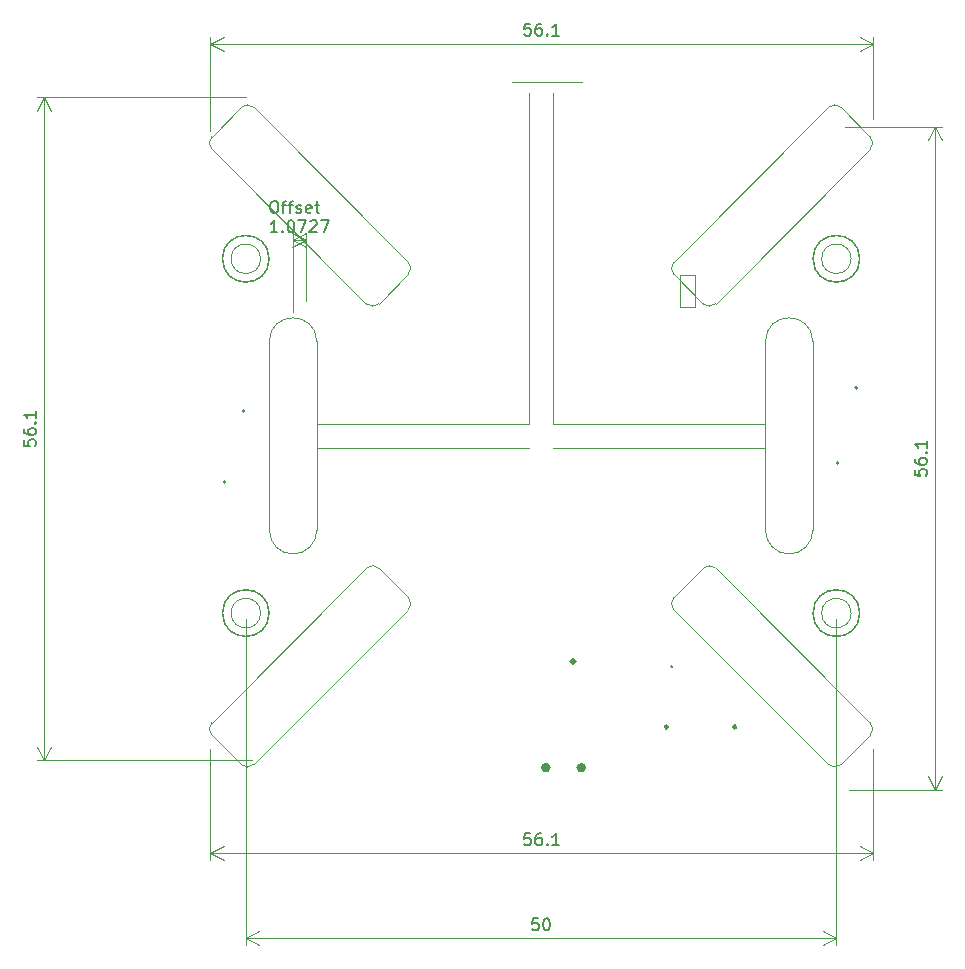
<source format=gbr>
G04 #@! TF.GenerationSoftware,KiCad,Pcbnew,9.0.3*
G04 #@! TF.CreationDate,2026-01-20T11:30:40+07:00*
G04 #@! TF.ProjectId,Mini_drone_PCB,4d696e69-5f64-4726-9f6e-655f5043422e,rev?*
G04 #@! TF.SameCoordinates,Original*
G04 #@! TF.FileFunction,OtherDrawing,Comment*
%FSLAX46Y46*%
G04 Gerber Fmt 4.6, Leading zero omitted, Abs format (unit mm)*
G04 Created by KiCad (PCBNEW 9.0.3) date 2026-01-20 11:30:40*
%MOMM*%
%LPD*%
G01*
G04 APERTURE LIST*
%ADD10C,0.150000*%
%ADD11C,0.100000*%
%ADD12C,0.010000*%
%ADD13C,0.120000*%
%ADD14C,0.200000*%
%ADD15C,0.250000*%
%ADD16C,0.300000*%
%ADD17C,0.400000*%
G04 APERTURE END LIST*
D10*
X96211926Y-100195273D02*
X96211926Y-100671463D01*
X96211926Y-100671463D02*
X96688116Y-100719082D01*
X96688116Y-100719082D02*
X96640497Y-100671463D01*
X96640497Y-100671463D02*
X96592878Y-100576225D01*
X96592878Y-100576225D02*
X96592878Y-100338130D01*
X96592878Y-100338130D02*
X96640497Y-100242892D01*
X96640497Y-100242892D02*
X96688116Y-100195273D01*
X96688116Y-100195273D02*
X96783354Y-100147654D01*
X96783354Y-100147654D02*
X97021449Y-100147654D01*
X97021449Y-100147654D02*
X97116687Y-100195273D01*
X97116687Y-100195273D02*
X97164307Y-100242892D01*
X97164307Y-100242892D02*
X97211926Y-100338130D01*
X97211926Y-100338130D02*
X97211926Y-100576225D01*
X97211926Y-100576225D02*
X97164307Y-100671463D01*
X97164307Y-100671463D02*
X97116687Y-100719082D01*
X96211926Y-99290511D02*
X96211926Y-99480987D01*
X96211926Y-99480987D02*
X96259545Y-99576225D01*
X96259545Y-99576225D02*
X96307164Y-99623844D01*
X96307164Y-99623844D02*
X96450021Y-99719082D01*
X96450021Y-99719082D02*
X96640497Y-99766701D01*
X96640497Y-99766701D02*
X97021449Y-99766701D01*
X97021449Y-99766701D02*
X97116687Y-99719082D01*
X97116687Y-99719082D02*
X97164307Y-99671463D01*
X97164307Y-99671463D02*
X97211926Y-99576225D01*
X97211926Y-99576225D02*
X97211926Y-99385749D01*
X97211926Y-99385749D02*
X97164307Y-99290511D01*
X97164307Y-99290511D02*
X97116687Y-99242892D01*
X97116687Y-99242892D02*
X97021449Y-99195273D01*
X97021449Y-99195273D02*
X96783354Y-99195273D01*
X96783354Y-99195273D02*
X96688116Y-99242892D01*
X96688116Y-99242892D02*
X96640497Y-99290511D01*
X96640497Y-99290511D02*
X96592878Y-99385749D01*
X96592878Y-99385749D02*
X96592878Y-99576225D01*
X96592878Y-99576225D02*
X96640497Y-99671463D01*
X96640497Y-99671463D02*
X96688116Y-99719082D01*
X96688116Y-99719082D02*
X96783354Y-99766701D01*
X97116687Y-98766701D02*
X97164307Y-98719082D01*
X97164307Y-98719082D02*
X97211926Y-98766701D01*
X97211926Y-98766701D02*
X97164307Y-98814320D01*
X97164307Y-98814320D02*
X97116687Y-98766701D01*
X97116687Y-98766701D02*
X97211926Y-98766701D01*
X97211926Y-97766702D02*
X97211926Y-98338130D01*
X97211926Y-98052416D02*
X96211926Y-98052416D01*
X96211926Y-98052416D02*
X96354783Y-98147654D01*
X96354783Y-98147654D02*
X96450021Y-98242892D01*
X96450021Y-98242892D02*
X96497640Y-98338130D01*
D11*
X115007107Y-71192893D02*
X97320687Y-71192893D01*
X97320687Y-127292893D02*
X115507107Y-127292893D01*
X97907107Y-71192893D02*
X97907107Y-127292893D01*
X97907107Y-71192893D02*
X98493528Y-72319397D01*
X97907107Y-71192893D02*
X97320686Y-72319397D01*
X97907107Y-127292893D02*
X97320686Y-126166389D01*
X97907107Y-127292893D02*
X98493528Y-126166389D01*
D10*
X139097619Y-64954819D02*
X138621429Y-64954819D01*
X138621429Y-64954819D02*
X138573810Y-65431009D01*
X138573810Y-65431009D02*
X138621429Y-65383390D01*
X138621429Y-65383390D02*
X138716667Y-65335771D01*
X138716667Y-65335771D02*
X138954762Y-65335771D01*
X138954762Y-65335771D02*
X139050000Y-65383390D01*
X139050000Y-65383390D02*
X139097619Y-65431009D01*
X139097619Y-65431009D02*
X139145238Y-65526247D01*
X139145238Y-65526247D02*
X139145238Y-65764342D01*
X139145238Y-65764342D02*
X139097619Y-65859580D01*
X139097619Y-65859580D02*
X139050000Y-65907200D01*
X139050000Y-65907200D02*
X138954762Y-65954819D01*
X138954762Y-65954819D02*
X138716667Y-65954819D01*
X138716667Y-65954819D02*
X138621429Y-65907200D01*
X138621429Y-65907200D02*
X138573810Y-65859580D01*
X140002381Y-64954819D02*
X139811905Y-64954819D01*
X139811905Y-64954819D02*
X139716667Y-65002438D01*
X139716667Y-65002438D02*
X139669048Y-65050057D01*
X139669048Y-65050057D02*
X139573810Y-65192914D01*
X139573810Y-65192914D02*
X139526191Y-65383390D01*
X139526191Y-65383390D02*
X139526191Y-65764342D01*
X139526191Y-65764342D02*
X139573810Y-65859580D01*
X139573810Y-65859580D02*
X139621429Y-65907200D01*
X139621429Y-65907200D02*
X139716667Y-65954819D01*
X139716667Y-65954819D02*
X139907143Y-65954819D01*
X139907143Y-65954819D02*
X140002381Y-65907200D01*
X140002381Y-65907200D02*
X140050000Y-65859580D01*
X140050000Y-65859580D02*
X140097619Y-65764342D01*
X140097619Y-65764342D02*
X140097619Y-65526247D01*
X140097619Y-65526247D02*
X140050000Y-65431009D01*
X140050000Y-65431009D02*
X140002381Y-65383390D01*
X140002381Y-65383390D02*
X139907143Y-65335771D01*
X139907143Y-65335771D02*
X139716667Y-65335771D01*
X139716667Y-65335771D02*
X139621429Y-65383390D01*
X139621429Y-65383390D02*
X139573810Y-65431009D01*
X139573810Y-65431009D02*
X139526191Y-65526247D01*
X140526191Y-65859580D02*
X140573810Y-65907200D01*
X140573810Y-65907200D02*
X140526191Y-65954819D01*
X140526191Y-65954819D02*
X140478572Y-65907200D01*
X140478572Y-65907200D02*
X140526191Y-65859580D01*
X140526191Y-65859580D02*
X140526191Y-65954819D01*
X141526190Y-65954819D02*
X140954762Y-65954819D01*
X141240476Y-65954819D02*
X141240476Y-64954819D01*
X141240476Y-64954819D02*
X141145238Y-65097676D01*
X141145238Y-65097676D02*
X141050000Y-65192914D01*
X141050000Y-65192914D02*
X140954762Y-65240533D01*
D11*
X168100000Y-73050000D02*
X168100000Y-66063580D01*
X112000000Y-66063580D02*
X112000000Y-74000000D01*
X168100000Y-66650000D02*
X112000000Y-66650000D01*
X168100000Y-66650000D02*
X166973496Y-67236421D01*
X168100000Y-66650000D02*
X166973496Y-66063579D01*
X112000000Y-66650000D02*
X113126504Y-66063579D01*
X112000000Y-66650000D02*
X113126504Y-67236421D01*
D10*
X171647281Y-102716415D02*
X171647281Y-103192605D01*
X171647281Y-103192605D02*
X172123471Y-103240224D01*
X172123471Y-103240224D02*
X172075852Y-103192605D01*
X172075852Y-103192605D02*
X172028233Y-103097367D01*
X172028233Y-103097367D02*
X172028233Y-102859272D01*
X172028233Y-102859272D02*
X172075852Y-102764034D01*
X172075852Y-102764034D02*
X172123471Y-102716415D01*
X172123471Y-102716415D02*
X172218709Y-102668796D01*
X172218709Y-102668796D02*
X172456804Y-102668796D01*
X172456804Y-102668796D02*
X172552042Y-102716415D01*
X172552042Y-102716415D02*
X172599662Y-102764034D01*
X172599662Y-102764034D02*
X172647281Y-102859272D01*
X172647281Y-102859272D02*
X172647281Y-103097367D01*
X172647281Y-103097367D02*
X172599662Y-103192605D01*
X172599662Y-103192605D02*
X172552042Y-103240224D01*
X171647281Y-101811653D02*
X171647281Y-102002129D01*
X171647281Y-102002129D02*
X171694900Y-102097367D01*
X171694900Y-102097367D02*
X171742519Y-102144986D01*
X171742519Y-102144986D02*
X171885376Y-102240224D01*
X171885376Y-102240224D02*
X172075852Y-102287843D01*
X172075852Y-102287843D02*
X172456804Y-102287843D01*
X172456804Y-102287843D02*
X172552042Y-102240224D01*
X172552042Y-102240224D02*
X172599662Y-102192605D01*
X172599662Y-102192605D02*
X172647281Y-102097367D01*
X172647281Y-102097367D02*
X172647281Y-101906891D01*
X172647281Y-101906891D02*
X172599662Y-101811653D01*
X172599662Y-101811653D02*
X172552042Y-101764034D01*
X172552042Y-101764034D02*
X172456804Y-101716415D01*
X172456804Y-101716415D02*
X172218709Y-101716415D01*
X172218709Y-101716415D02*
X172123471Y-101764034D01*
X172123471Y-101764034D02*
X172075852Y-101811653D01*
X172075852Y-101811653D02*
X172028233Y-101906891D01*
X172028233Y-101906891D02*
X172028233Y-102097367D01*
X172028233Y-102097367D02*
X172075852Y-102192605D01*
X172075852Y-102192605D02*
X172123471Y-102240224D01*
X172123471Y-102240224D02*
X172218709Y-102287843D01*
X172552042Y-101287843D02*
X172599662Y-101240224D01*
X172599662Y-101240224D02*
X172647281Y-101287843D01*
X172647281Y-101287843D02*
X172599662Y-101335462D01*
X172599662Y-101335462D02*
X172552042Y-101287843D01*
X172552042Y-101287843D02*
X172647281Y-101287843D01*
X172647281Y-100287844D02*
X172647281Y-100859272D01*
X172647281Y-100573558D02*
X171647281Y-100573558D01*
X171647281Y-100573558D02*
X171790138Y-100668796D01*
X171790138Y-100668796D02*
X171885376Y-100764034D01*
X171885376Y-100764034D02*
X171932995Y-100859272D01*
D11*
X166042462Y-129814035D02*
X173928882Y-129814035D01*
X173928882Y-73714035D02*
X165692462Y-73714035D01*
X173342462Y-129814035D02*
X173342462Y-73714035D01*
X173342462Y-129814035D02*
X172756041Y-128687531D01*
X173342462Y-129814035D02*
X173928883Y-128687531D01*
X173342462Y-73714035D02*
X173928883Y-74840539D01*
X173342462Y-73714035D02*
X172756041Y-74840539D01*
D10*
X139761906Y-140704819D02*
X139285716Y-140704819D01*
X139285716Y-140704819D02*
X139238097Y-141181009D01*
X139238097Y-141181009D02*
X139285716Y-141133390D01*
X139285716Y-141133390D02*
X139380954Y-141085771D01*
X139380954Y-141085771D02*
X139619049Y-141085771D01*
X139619049Y-141085771D02*
X139714287Y-141133390D01*
X139714287Y-141133390D02*
X139761906Y-141181009D01*
X139761906Y-141181009D02*
X139809525Y-141276247D01*
X139809525Y-141276247D02*
X139809525Y-141514342D01*
X139809525Y-141514342D02*
X139761906Y-141609580D01*
X139761906Y-141609580D02*
X139714287Y-141657200D01*
X139714287Y-141657200D02*
X139619049Y-141704819D01*
X139619049Y-141704819D02*
X139380954Y-141704819D01*
X139380954Y-141704819D02*
X139285716Y-141657200D01*
X139285716Y-141657200D02*
X139238097Y-141609580D01*
X140428573Y-140704819D02*
X140523811Y-140704819D01*
X140523811Y-140704819D02*
X140619049Y-140752438D01*
X140619049Y-140752438D02*
X140666668Y-140800057D01*
X140666668Y-140800057D02*
X140714287Y-140895295D01*
X140714287Y-140895295D02*
X140761906Y-141085771D01*
X140761906Y-141085771D02*
X140761906Y-141323866D01*
X140761906Y-141323866D02*
X140714287Y-141514342D01*
X140714287Y-141514342D02*
X140666668Y-141609580D01*
X140666668Y-141609580D02*
X140619049Y-141657200D01*
X140619049Y-141657200D02*
X140523811Y-141704819D01*
X140523811Y-141704819D02*
X140428573Y-141704819D01*
X140428573Y-141704819D02*
X140333335Y-141657200D01*
X140333335Y-141657200D02*
X140285716Y-141609580D01*
X140285716Y-141609580D02*
X140238097Y-141514342D01*
X140238097Y-141514342D02*
X140190478Y-141323866D01*
X140190478Y-141323866D02*
X140190478Y-141085771D01*
X140190478Y-141085771D02*
X140238097Y-140895295D01*
X140238097Y-140895295D02*
X140285716Y-140800057D01*
X140285716Y-140800057D02*
X140333335Y-140752438D01*
X140333335Y-140752438D02*
X140428573Y-140704819D01*
D11*
X115000002Y-115357863D02*
X115000002Y-142986420D01*
X165000002Y-142986420D02*
X165000002Y-115357863D01*
X115000002Y-142400000D02*
X165000002Y-142400000D01*
X115000002Y-142400000D02*
X116126506Y-141813579D01*
X115000002Y-142400000D02*
X116126506Y-142986421D01*
X165000002Y-142400000D02*
X163873498Y-142986421D01*
X165000002Y-142400000D02*
X163873498Y-141813579D01*
D10*
X117679214Y-82604819D02*
X117107786Y-82604819D01*
X117393500Y-82604819D02*
X117393500Y-81604819D01*
X117393500Y-81604819D02*
X117298262Y-81747676D01*
X117298262Y-81747676D02*
X117203024Y-81842914D01*
X117203024Y-81842914D02*
X117107786Y-81890533D01*
X118107786Y-82509580D02*
X118155405Y-82557200D01*
X118155405Y-82557200D02*
X118107786Y-82604819D01*
X118107786Y-82604819D02*
X118060167Y-82557200D01*
X118060167Y-82557200D02*
X118107786Y-82509580D01*
X118107786Y-82509580D02*
X118107786Y-82604819D01*
X118774452Y-81604819D02*
X118869690Y-81604819D01*
X118869690Y-81604819D02*
X118964928Y-81652438D01*
X118964928Y-81652438D02*
X119012547Y-81700057D01*
X119012547Y-81700057D02*
X119060166Y-81795295D01*
X119060166Y-81795295D02*
X119107785Y-81985771D01*
X119107785Y-81985771D02*
X119107785Y-82223866D01*
X119107785Y-82223866D02*
X119060166Y-82414342D01*
X119060166Y-82414342D02*
X119012547Y-82509580D01*
X119012547Y-82509580D02*
X118964928Y-82557200D01*
X118964928Y-82557200D02*
X118869690Y-82604819D01*
X118869690Y-82604819D02*
X118774452Y-82604819D01*
X118774452Y-82604819D02*
X118679214Y-82557200D01*
X118679214Y-82557200D02*
X118631595Y-82509580D01*
X118631595Y-82509580D02*
X118583976Y-82414342D01*
X118583976Y-82414342D02*
X118536357Y-82223866D01*
X118536357Y-82223866D02*
X118536357Y-81985771D01*
X118536357Y-81985771D02*
X118583976Y-81795295D01*
X118583976Y-81795295D02*
X118631595Y-81700057D01*
X118631595Y-81700057D02*
X118679214Y-81652438D01*
X118679214Y-81652438D02*
X118774452Y-81604819D01*
X119441119Y-81604819D02*
X120107785Y-81604819D01*
X120107785Y-81604819D02*
X119679214Y-82604819D01*
X120441119Y-81700057D02*
X120488738Y-81652438D01*
X120488738Y-81652438D02*
X120583976Y-81604819D01*
X120583976Y-81604819D02*
X120822071Y-81604819D01*
X120822071Y-81604819D02*
X120917309Y-81652438D01*
X120917309Y-81652438D02*
X120964928Y-81700057D01*
X120964928Y-81700057D02*
X121012547Y-81795295D01*
X121012547Y-81795295D02*
X121012547Y-81890533D01*
X121012547Y-81890533D02*
X120964928Y-82033390D01*
X120964928Y-82033390D02*
X120393500Y-82604819D01*
X120393500Y-82604819D02*
X121012547Y-82604819D01*
X121345881Y-81604819D02*
X122012547Y-81604819D01*
X122012547Y-81604819D02*
X121583976Y-82604819D01*
D11*
X120072713Y-88473718D02*
X120072713Y-82713580D01*
X119000001Y-82713580D02*
X119000001Y-89357862D01*
X120072713Y-83300000D02*
X119000001Y-83300000D01*
X120072713Y-83300000D02*
X118946209Y-83886421D01*
X120072713Y-83300000D02*
X118946209Y-82713579D01*
X119000001Y-83300000D02*
X120126505Y-82713579D01*
X119000001Y-83300000D02*
X120126505Y-83886421D01*
D10*
X139097619Y-133504819D02*
X138621429Y-133504819D01*
X138621429Y-133504819D02*
X138573810Y-133981009D01*
X138573810Y-133981009D02*
X138621429Y-133933390D01*
X138621429Y-133933390D02*
X138716667Y-133885771D01*
X138716667Y-133885771D02*
X138954762Y-133885771D01*
X138954762Y-133885771D02*
X139050000Y-133933390D01*
X139050000Y-133933390D02*
X139097619Y-133981009D01*
X139097619Y-133981009D02*
X139145238Y-134076247D01*
X139145238Y-134076247D02*
X139145238Y-134314342D01*
X139145238Y-134314342D02*
X139097619Y-134409580D01*
X139097619Y-134409580D02*
X139050000Y-134457200D01*
X139050000Y-134457200D02*
X138954762Y-134504819D01*
X138954762Y-134504819D02*
X138716667Y-134504819D01*
X138716667Y-134504819D02*
X138621429Y-134457200D01*
X138621429Y-134457200D02*
X138573810Y-134409580D01*
X140002381Y-133504819D02*
X139811905Y-133504819D01*
X139811905Y-133504819D02*
X139716667Y-133552438D01*
X139716667Y-133552438D02*
X139669048Y-133600057D01*
X139669048Y-133600057D02*
X139573810Y-133742914D01*
X139573810Y-133742914D02*
X139526191Y-133933390D01*
X139526191Y-133933390D02*
X139526191Y-134314342D01*
X139526191Y-134314342D02*
X139573810Y-134409580D01*
X139573810Y-134409580D02*
X139621429Y-134457200D01*
X139621429Y-134457200D02*
X139716667Y-134504819D01*
X139716667Y-134504819D02*
X139907143Y-134504819D01*
X139907143Y-134504819D02*
X140002381Y-134457200D01*
X140002381Y-134457200D02*
X140050000Y-134409580D01*
X140050000Y-134409580D02*
X140097619Y-134314342D01*
X140097619Y-134314342D02*
X140097619Y-134076247D01*
X140097619Y-134076247D02*
X140050000Y-133981009D01*
X140050000Y-133981009D02*
X140002381Y-133933390D01*
X140002381Y-133933390D02*
X139907143Y-133885771D01*
X139907143Y-133885771D02*
X139716667Y-133885771D01*
X139716667Y-133885771D02*
X139621429Y-133933390D01*
X139621429Y-133933390D02*
X139573810Y-133981009D01*
X139573810Y-133981009D02*
X139526191Y-134076247D01*
X140526191Y-134409580D02*
X140573810Y-134457200D01*
X140573810Y-134457200D02*
X140526191Y-134504819D01*
X140526191Y-134504819D02*
X140478572Y-134457200D01*
X140478572Y-134457200D02*
X140526191Y-134409580D01*
X140526191Y-134409580D02*
X140526191Y-134504819D01*
X141526190Y-134504819D02*
X140954762Y-134504819D01*
X141240476Y-134504819D02*
X141240476Y-133504819D01*
X141240476Y-133504819D02*
X141145238Y-133647676D01*
X141145238Y-133647676D02*
X141050000Y-133742914D01*
X141050000Y-133742914D02*
X140954762Y-133790533D01*
D11*
X168100000Y-126400000D02*
X168100000Y-135786420D01*
X112000000Y-135786420D02*
X112000000Y-126400000D01*
X168100000Y-135200000D02*
X112000000Y-135200000D01*
X168100000Y-135200000D02*
X166973496Y-135786421D01*
X168100000Y-135200000D02*
X166973496Y-134613579D01*
X112000000Y-135200000D02*
X113126504Y-134613579D01*
X112000000Y-135200000D02*
X113126504Y-135786421D01*
D10*
X117327255Y-79969819D02*
X117517731Y-79969819D01*
X117517731Y-79969819D02*
X117612969Y-80017438D01*
X117612969Y-80017438D02*
X117708207Y-80112676D01*
X117708207Y-80112676D02*
X117755826Y-80303152D01*
X117755826Y-80303152D02*
X117755826Y-80636485D01*
X117755826Y-80636485D02*
X117708207Y-80826961D01*
X117708207Y-80826961D02*
X117612969Y-80922200D01*
X117612969Y-80922200D02*
X117517731Y-80969819D01*
X117517731Y-80969819D02*
X117327255Y-80969819D01*
X117327255Y-80969819D02*
X117232017Y-80922200D01*
X117232017Y-80922200D02*
X117136779Y-80826961D01*
X117136779Y-80826961D02*
X117089160Y-80636485D01*
X117089160Y-80636485D02*
X117089160Y-80303152D01*
X117089160Y-80303152D02*
X117136779Y-80112676D01*
X117136779Y-80112676D02*
X117232017Y-80017438D01*
X117232017Y-80017438D02*
X117327255Y-79969819D01*
X118041541Y-80303152D02*
X118422493Y-80303152D01*
X118184398Y-80969819D02*
X118184398Y-80112676D01*
X118184398Y-80112676D02*
X118232017Y-80017438D01*
X118232017Y-80017438D02*
X118327255Y-79969819D01*
X118327255Y-79969819D02*
X118422493Y-79969819D01*
X118612970Y-80303152D02*
X118993922Y-80303152D01*
X118755827Y-80969819D02*
X118755827Y-80112676D01*
X118755827Y-80112676D02*
X118803446Y-80017438D01*
X118803446Y-80017438D02*
X118898684Y-79969819D01*
X118898684Y-79969819D02*
X118993922Y-79969819D01*
X119279637Y-80922200D02*
X119374875Y-80969819D01*
X119374875Y-80969819D02*
X119565351Y-80969819D01*
X119565351Y-80969819D02*
X119660589Y-80922200D01*
X119660589Y-80922200D02*
X119708208Y-80826961D01*
X119708208Y-80826961D02*
X119708208Y-80779342D01*
X119708208Y-80779342D02*
X119660589Y-80684104D01*
X119660589Y-80684104D02*
X119565351Y-80636485D01*
X119565351Y-80636485D02*
X119422494Y-80636485D01*
X119422494Y-80636485D02*
X119327256Y-80588866D01*
X119327256Y-80588866D02*
X119279637Y-80493628D01*
X119279637Y-80493628D02*
X119279637Y-80446009D01*
X119279637Y-80446009D02*
X119327256Y-80350771D01*
X119327256Y-80350771D02*
X119422494Y-80303152D01*
X119422494Y-80303152D02*
X119565351Y-80303152D01*
X119565351Y-80303152D02*
X119660589Y-80350771D01*
X120517732Y-80922200D02*
X120422494Y-80969819D01*
X120422494Y-80969819D02*
X120232018Y-80969819D01*
X120232018Y-80969819D02*
X120136780Y-80922200D01*
X120136780Y-80922200D02*
X120089161Y-80826961D01*
X120089161Y-80826961D02*
X120089161Y-80446009D01*
X120089161Y-80446009D02*
X120136780Y-80350771D01*
X120136780Y-80350771D02*
X120232018Y-80303152D01*
X120232018Y-80303152D02*
X120422494Y-80303152D01*
X120422494Y-80303152D02*
X120517732Y-80350771D01*
X120517732Y-80350771D02*
X120565351Y-80446009D01*
X120565351Y-80446009D02*
X120565351Y-80541247D01*
X120565351Y-80541247D02*
X120089161Y-80636485D01*
X120851066Y-80303152D02*
X121232018Y-80303152D01*
X120993923Y-79969819D02*
X120993923Y-80826961D01*
X120993923Y-80826961D02*
X121041542Y-80922200D01*
X121041542Y-80922200D02*
X121136780Y-80969819D01*
X121136780Y-80969819D02*
X121232018Y-80969819D01*
D12*
X112131194Y-74516515D02*
X114606068Y-72041641D01*
X126273330Y-111057075D02*
X128748204Y-113531949D01*
X121000001Y-98857863D02*
X121000001Y-100857863D01*
X112131194Y-124138551D02*
X125212670Y-111057075D01*
X166950003Y-84857863D02*
G75*
G02*
X163050003Y-84857863I-1950000J0D01*
G01*
X163050003Y-84857863D02*
G75*
G02*
X166950003Y-84857863I1950000J0D01*
G01*
X159000001Y-91857862D02*
G75*
G02*
X163000001Y-91857862I2000000J0D01*
G01*
X139000002Y-70857863D02*
X139000002Y-79857863D01*
X154787334Y-111057075D02*
X167868810Y-124138551D01*
X163000001Y-91857862D02*
X163000001Y-98857863D01*
X117000002Y-84857863D02*
G75*
G02*
X113000002Y-84857863I-2000000J0D01*
G01*
X113000002Y-84857863D02*
G75*
G02*
X117000002Y-84857863I2000000J0D01*
G01*
X164333276Y-72041641D02*
G75*
G02*
X165393936Y-72041641I530330J-530333D01*
G01*
X166250003Y-114857863D02*
G75*
G02*
X163750003Y-114857863I-1250000J0D01*
G01*
X163750003Y-114857863D02*
G75*
G02*
X166250003Y-114857863I1250000J0D01*
G01*
X121000001Y-107857862D02*
G75*
G02*
X117000001Y-107857862I-2000000J-1D01*
G01*
X164333276Y-127674085D02*
X151251800Y-114592609D01*
X167868810Y-74516515D02*
G75*
G02*
X167868765Y-75577130I-530310J-530285D01*
G01*
X159000001Y-98857863D02*
X159000001Y-91857862D01*
X116950003Y-114857863D02*
G75*
G02*
X113050003Y-114857863I-1950000J0D01*
G01*
X113050003Y-114857863D02*
G75*
G02*
X116950003Y-114857863I1950000J0D01*
G01*
X141000002Y-70857863D02*
X141000002Y-98857863D01*
X141000002Y-98857863D02*
X141000002Y-80357863D01*
X159000001Y-107857862D02*
X159000001Y-100857863D01*
X128748204Y-114592609D02*
X115666728Y-127674085D01*
X139000002Y-79857863D02*
X139000002Y-80357863D01*
X112131194Y-125199211D02*
G75*
G02*
X112131213Y-124138570I530306J530311D01*
G01*
X121000001Y-100857863D02*
X121000001Y-107857862D01*
X167868810Y-125199211D02*
X165393936Y-127674085D01*
X166250003Y-84857863D02*
G75*
G02*
X163750003Y-84857863I-1250000J0D01*
G01*
X163750003Y-84857863D02*
G75*
G02*
X166250003Y-84857863I1250000J0D01*
G01*
X117000001Y-100857863D02*
X117000001Y-98857863D01*
X151251800Y-86183777D02*
G75*
G02*
X151251753Y-85123070I530300J530377D01*
G01*
X166250003Y-84857863D02*
G75*
G02*
X163750003Y-84857863I-1250000J0D01*
G01*
X163750003Y-84857863D02*
G75*
G02*
X166250003Y-84857863I1250000J0D01*
G01*
X166950003Y-114857863D02*
G75*
G02*
X163050003Y-114857863I-1950000J0D01*
G01*
X163050003Y-114857863D02*
G75*
G02*
X166950003Y-114857863I1950000J0D01*
G01*
X115666728Y-127674085D02*
G75*
G02*
X114606068Y-127674085I-530330J530333D01*
G01*
X114606068Y-72041641D02*
G75*
G02*
X115666728Y-72041641I530330J-530333D01*
G01*
X116250003Y-84857863D02*
G75*
G02*
X113750003Y-84857863I-1250000J0D01*
G01*
X113750003Y-84857863D02*
G75*
G02*
X116250003Y-84857863I1250000J0D01*
G01*
X154787334Y-88658651D02*
G75*
G02*
X153726674Y-88658651I-530330J530330D01*
G01*
X112131194Y-75577175D02*
G75*
G02*
X112131149Y-74516470I530306J530375D01*
G01*
X116950003Y-84857863D02*
G75*
G02*
X113050003Y-84857863I-1950000J0D01*
G01*
X113050003Y-84857863D02*
G75*
G02*
X116950003Y-84857863I1950000J0D01*
G01*
X164333276Y-127674085D02*
X151251800Y-114592609D01*
X153726674Y-111057075D02*
G75*
G02*
X154787334Y-111057075I530330J-530330D01*
G01*
X121000001Y-100857863D02*
X139000002Y-100857863D01*
X141000002Y-98857863D02*
X159000001Y-98857863D01*
X125212670Y-88658651D02*
X112131194Y-75577175D01*
X121000001Y-91857862D02*
X121000001Y-98857863D01*
X159000001Y-100857863D02*
X141000002Y-100857863D01*
X128748204Y-85123117D02*
G75*
G02*
X128748157Y-86183730I-530304J-530283D01*
G01*
X114606068Y-127674085D02*
X112131194Y-125199211D01*
X116250003Y-114857863D02*
G75*
G02*
X113750003Y-114857863I-1250000J0D01*
G01*
X113750003Y-114857863D02*
G75*
G02*
X116250003Y-114857863I1250000J0D01*
G01*
X166250003Y-114857863D02*
G75*
G02*
X163750003Y-114857863I-1250000J0D01*
G01*
X163750003Y-114857863D02*
G75*
G02*
X166250003Y-114857863I1250000J0D01*
G01*
X121000001Y-98857863D02*
X139000002Y-98857863D01*
X167000002Y-114857863D02*
G75*
G02*
X163000002Y-114857863I-2000000J0D01*
G01*
X163000002Y-114857863D02*
G75*
G02*
X167000002Y-114857863I2000000J0D01*
G01*
X139000002Y-98857863D02*
X139000002Y-70857863D01*
X117000001Y-107857862D02*
X117000001Y-100857863D01*
X115666728Y-72041641D02*
X128748204Y-85123117D01*
X151251800Y-114592609D02*
G75*
G02*
X151251821Y-113531970I530300J530309D01*
G01*
X141000002Y-80357863D02*
X141000002Y-79857863D01*
X167868810Y-75577175D02*
X154787334Y-88658651D01*
X167000002Y-84857863D02*
G75*
G02*
X163000002Y-84857863I-2000000J0D01*
G01*
X163000002Y-84857863D02*
G75*
G02*
X167000002Y-84857863I2000000J0D01*
G01*
X117000001Y-91857862D02*
G75*
G02*
X121000001Y-91857862I2000000J0D01*
G01*
X153726674Y-88658651D02*
X151251800Y-86183777D01*
X163000001Y-107857862D02*
G75*
G02*
X159000001Y-107857862I-2000000J-1D01*
G01*
X139000002Y-98857863D02*
X121000001Y-98857863D01*
X151251800Y-113531949D02*
X153726674Y-111057075D01*
X141000002Y-79857863D02*
X141000002Y-70857863D01*
X125212670Y-111057075D02*
G75*
G02*
X126273330Y-111057075I530330J-530330D01*
G01*
X128748204Y-86183777D02*
X126273330Y-88658651D01*
X141000002Y-100857863D02*
X159000001Y-100857863D01*
X116950003Y-114857863D02*
G75*
G02*
X113050003Y-114857863I-1950000J0D01*
G01*
X113050003Y-114857863D02*
G75*
G02*
X116950003Y-114857863I1950000J0D01*
G01*
X128748204Y-113531949D02*
G75*
G02*
X128748225Y-114592630I-530304J-530351D01*
G01*
X165393936Y-127674085D02*
G75*
G02*
X164333276Y-127674085I-530330J530333D01*
G01*
X116250003Y-84857863D02*
G75*
G02*
X113750003Y-84857863I-1250000J0D01*
G01*
X113750003Y-84857863D02*
G75*
G02*
X116250003Y-84857863I1250000J0D01*
G01*
X139000002Y-80357863D02*
X139000002Y-98857863D01*
X143500002Y-69857863D02*
X137500002Y-69857863D01*
X163000001Y-98857863D02*
X163000001Y-100857863D01*
X166250003Y-84857863D02*
G75*
G02*
X163750003Y-84857863I-1250000J0D01*
G01*
X163750003Y-84857863D02*
G75*
G02*
X166250003Y-84857863I1250000J0D01*
G01*
X116250003Y-114857863D02*
G75*
G02*
X113750003Y-114857863I-1250000J0D01*
G01*
X113750003Y-114857863D02*
G75*
G02*
X116250003Y-114857863I1250000J0D01*
G01*
X117000001Y-98857863D02*
X117000001Y-91857862D01*
X139000002Y-100857863D02*
X121000001Y-100857863D01*
X126273330Y-88658651D02*
G75*
G02*
X125212670Y-88658651I-530330J530330D01*
G01*
X167868810Y-124138551D02*
G75*
G02*
X167868829Y-125199230I-530310J-530349D01*
G01*
X159000001Y-98857863D02*
X141000002Y-98857863D01*
X151251800Y-85123117D02*
X164333276Y-72041641D01*
X165393936Y-72041641D02*
X167868810Y-74516515D01*
X166250003Y-114857863D02*
G75*
G02*
X163750003Y-114857863I-1250000J0D01*
G01*
X163750003Y-114857863D02*
G75*
G02*
X166250003Y-114857863I1250000J0D01*
G01*
X117000002Y-114857863D02*
G75*
G02*
X113000002Y-114857863I-2000000J0D01*
G01*
X113000002Y-114857863D02*
G75*
G02*
X117000002Y-114857863I2000000J0D01*
G01*
X163000001Y-100857863D02*
X163000001Y-107857862D01*
X159000001Y-100857863D02*
X159000001Y-98857863D01*
D13*
G04 #@! TO.C,SW1*
X153050000Y-88950000D02*
X151750000Y-88950000D01*
X151750000Y-86250000D01*
X153050000Y-86250000D01*
X153050000Y-88950000D01*
D14*
G04 #@! TO.C,Q5*
X113304558Y-103760193D02*
G75*
G02*
X113104558Y-103760193I-100000J0D01*
G01*
X113104558Y-103760193D02*
G75*
G02*
X113304558Y-103760193I100000J0D01*
G01*
G04 #@! TO.C,Q4*
X166788335Y-95782700D02*
G75*
G02*
X166588335Y-95782700I-100000J0D01*
G01*
X166588335Y-95782700D02*
G75*
G02*
X166788335Y-95782700I100000J0D01*
G01*
G04 #@! TO.C,Q3*
X114910193Y-97745442D02*
G75*
G02*
X114710193Y-97745442I-100000J0D01*
G01*
X114710193Y-97745442D02*
G75*
G02*
X114910193Y-97745442I100000J0D01*
G01*
D10*
G04 #@! TO.C,U1*
X151149999Y-119400501D02*
G75*
G02*
X150999999Y-119400501I-75000J0D01*
G01*
X150999999Y-119400501D02*
G75*
G02*
X151149999Y-119400501I75000J0D01*
G01*
D15*
G04 #@! TO.C,USB1*
X150735000Y-124506500D02*
G75*
G02*
X150485000Y-124506500I-125000J0D01*
G01*
X150485000Y-124506500D02*
G75*
G02*
X150735000Y-124506500I125000J0D01*
G01*
X156515000Y-124506500D02*
G75*
G02*
X156265000Y-124506500I-125000J0D01*
G01*
X156265000Y-124506500D02*
G75*
G02*
X156515000Y-124506500I125000J0D01*
G01*
D16*
G04 #@! TO.C,U6*
X142850000Y-118960000D02*
G75*
G02*
X142550000Y-118960000I-150000J0D01*
G01*
X142550000Y-118960000D02*
G75*
G02*
X142850000Y-118960000I150000J0D01*
G01*
D14*
G04 #@! TO.C,Q6*
X165189624Y-102154742D02*
G75*
G02*
X164989624Y-102154742I-100000J0D01*
G01*
X164989624Y-102154742D02*
G75*
G02*
X165189624Y-102154742I100000J0D01*
G01*
D17*
G04 #@! TO.C,SW2*
X140600000Y-127950000D02*
G75*
G02*
X140200000Y-127950000I-200000J0D01*
G01*
X140200000Y-127950000D02*
G75*
G02*
X140600000Y-127950000I200000J0D01*
G01*
X143600000Y-127950000D02*
G75*
G02*
X143200000Y-127950000I-200000J0D01*
G01*
X143200000Y-127950000D02*
G75*
G02*
X143600000Y-127950000I200000J0D01*
G01*
G04 #@! TD*
M02*

</source>
